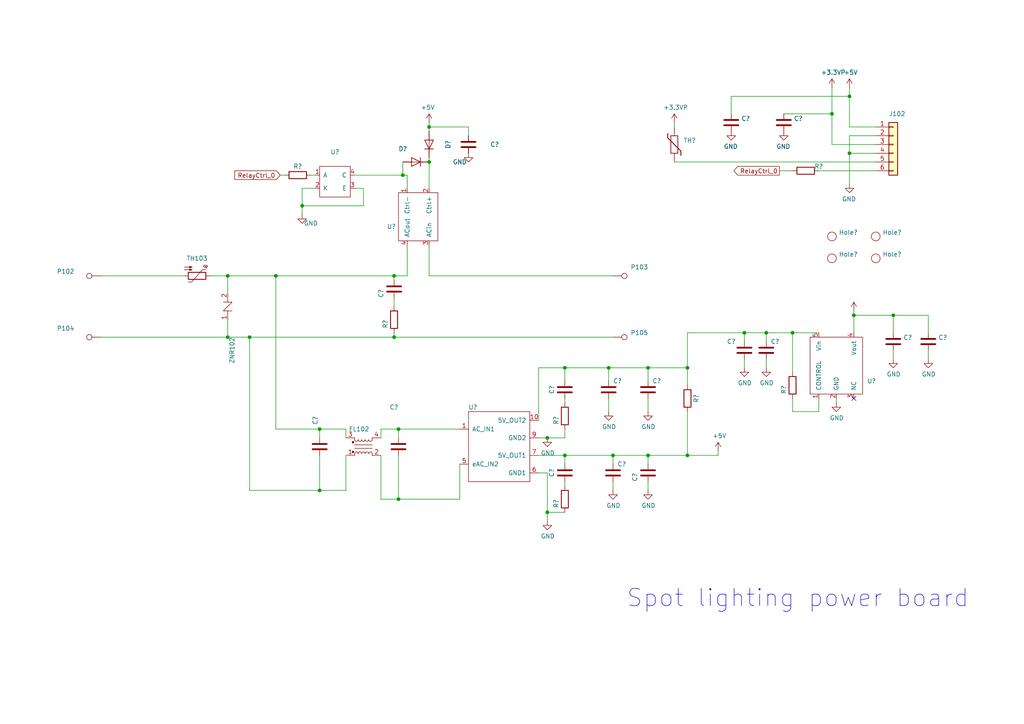
<source format=kicad_sch>
(kicad_sch (version 20211123) (generator eeschema)
  (paper "A4")
  (lib_symbols
    (symbol "Connector:TestPoint" (pin_numbers hide) (pin_names (offset 0.762) hide)
      (property "Reference" "TP" (at 0 6.858 0))
      (property "Value" "TestPoint" (at 0 5.08 0))
      (symbol "TestPoint_0_1"
        (circle (center 0 3.302) (radius 0.762))
      )
      (symbol "TestPoint_1_1"
        (pin passive line (at 0 0 90) (length 2.54) (name "1") (number "1"))
      )
    )
    (symbol "Connector_Generic:Conn_01x06" (pin_names (offset 1.016) hide)
      (property "Reference" "J" (at 0 7.62 0))
      (property "Value" "Conn_01x06" (at 0 -10.16 0))
      (symbol "Conn_01x06_1_1"
        (rectangle (start -1.27 -7.493) (end 0 -7.747) (stroke (width 0.1524)))
        (rectangle (start -1.27 -4.953) (end 0 -5.207) (stroke (width 0.1524)))
        (rectangle (start -1.27 -2.413) (end 0 -2.667) (stroke (width 0.1524)))
        (rectangle (start -1.27 0.127) (end 0 -0.127) (stroke (width 0.1524)))
        (rectangle (start -1.27 2.667) (end 0 2.413) (stroke (width 0.1524)))
        (rectangle (start -1.27 5.207) (end 0 4.953) (stroke (width 0.1524)))
        (rectangle (start -1.27 6.35) (end 1.27 -8.89) (stroke (width 0.254)) (fill (type background)))
        (pin passive line (at -5.08 5.08 0) (length 3.81) (name "Pin_1") (number "1"))
        (pin passive line (at -5.08 2.54 0) (length 3.81) (name "Pin_2") (number "2"))
        (pin passive line (at -5.08 0 0) (length 3.81) (name "Pin_3") (number "3"))
        (pin passive line (at -5.08 -2.54 0) (length 3.81) (name "Pin_4") (number "4"))
        (pin passive line (at -5.08 -5.08 0) (length 3.81) (name "Pin_5") (number "5"))
        (pin passive line (at -5.08 -7.62 0) (length 3.81) (name "Pin_6") (number "6"))
      )
    )
    (symbol "Device:EMI_Filter_CommonMode" (pin_names (offset 0.254) hide)
      (property "Reference" "FL" (at 0 4.445 0))
      (property "Value" "Device_EMI_Filter_CommonMode" (at 0 -4.445 0))
      (symbol "EMI_Filter_CommonMode_0_1"
        (circle (center -3.048 -1.27) (radius 0.254) (fill (type outline)))
        (circle (center -3.048 1.524) (radius 0.254) (fill (type outline)))
        (arc (start -2.54 2.032) (mid -2.032 1.524) (end -1.524 2.032))
        (arc (start -1.524 -2.032) (mid -2.032 -1.524) (end -2.54 -2.032))
        (arc (start -1.524 2.032) (mid -1.016 1.524) (end -0.508 2.032))
        (arc (start -0.508 -2.032) (mid -1.016 -1.524) (end -1.524 -2.032))
        (arc (start -0.508 2.032) (mid 0 1.524) (end 0.508 2.032))
        (polyline (pts (xy -2.54 -2.032) (xy -2.54 -2.54)))
        (polyline (pts (xy -2.54 0.508) (xy 2.54 0.508)))
        (polyline (pts (xy -2.54 2.032) (xy -2.54 2.54)))
        (polyline (pts (xy 2.54 -2.032) (xy 2.54 -2.54)))
        (polyline (pts (xy 2.54 -0.508) (xy -2.54 -0.508)))
        (polyline (pts (xy 2.54 2.54) (xy 2.54 2.032)))
        (arc (start 0.508 -2.032) (mid 0 -1.524) (end -0.508 -2.032))
        (arc (start 0.508 2.032) (mid 1.016 1.524) (end 1.524 2.032))
        (arc (start 1.524 -2.032) (mid 1.016 -1.524) (end 0.508 -2.032))
        (arc (start 1.524 2.032) (mid 2.032 1.524) (end 2.54 2.032))
        (arc (start 2.54 -2.032) (mid 2.032 -1.524) (end 1.524 -2.032))
      )
      (symbol "EMI_Filter_CommonMode_1_1"
        (pin passive line (at -5.08 2.54 0) (length 2.54) (name "1") (number "1"))
        (pin passive line (at 5.08 2.54 180) (length 2.54) (name "2") (number "2"))
        (pin passive line (at -5.08 -2.54 0) (length 2.54) (name "3") (number "3"))
        (pin passive line (at 5.08 -2.54 180) (length 2.54) (name "4") (number "4"))
      )
    )
    (symbol "Device:R" (pin_numbers hide) (pin_names (offset 0))
      (property "Reference" "R" (at 2.032 0 90))
      (property "Value" "R" (at 0 0 90))
      (symbol "R_0_1"
        (rectangle (start -1.016 -2.54) (end 1.016 2.54) (stroke (width 0.254)))
      )
      (symbol "R_1_1"
        (pin passive line (at 0 3.81 270) (length 1.27) (name "~") (number "1"))
        (pin passive line (at 0 -3.81 90) (length 1.27) (name "~") (number "2"))
      )
    )
    (symbol "Device:Thermistor" (pin_numbers hide) (pin_names (offset 0))
      (property "Reference" "TH" (at 2.54 1.27 90))
      (property "Value" "Thermistor" (at -2.54 0 90))
      (symbol "Thermistor_0_1"
        (rectangle (start -1.016 2.54) (end 1.016 -2.54) (stroke (width 0.2032)))
        (polyline (pts (xy -1.905 3.175) (xy -1.905 1.905) (xy 1.905 -1.905) (xy 1.905 -3.175) (xy 1.905 -3.175)) (stroke (width 0.254)))
      )
      (symbol "Thermistor_1_1"
        (pin passive line (at 0 5.08 270) (length 2.54) (name "~") (number "1"))
        (pin passive line (at 0 -5.08 90) (length 2.54) (name "~") (number "2"))
      )
    )
    (symbol "Device:Thermistor_PTC" (pin_numbers hide) (pin_names (offset 0))
      (property "Reference" "TH" (at -4.064 0 90))
      (property "Value" "Thermistor_PTC" (at 3.048 0 90))
      (symbol "Thermistor_PTC_0_1"
        (arc (start -3.048 2.159) (mid -3.0495 2.3143) (end -3.175 2.413))
        (arc (start -3.048 2.159) (mid -2.9736 1.9794) (end -2.794 1.905))
        (arc (start -3.048 2.794) (mid -2.9736 2.6144) (end -2.794 2.54))
        (arc (start -2.794 1.905) (mid -2.6144 1.9794) (end -2.54 2.159))
        (arc (start -2.794 2.54) (mid -2.4393 2.5587) (end -2.159 2.794))
        (arc (start -2.794 3.048) (mid -2.9736 2.9736) (end -3.048 2.794))
        (arc (start -2.54 2.794) (mid -2.6144 2.9736) (end -2.794 3.048))
        (rectangle (start -1.016 2.54) (end 1.016 -2.54) (stroke (width 0.254)))
        (polyline (pts (xy -2.54 2.159) (xy -2.54 2.794)))
        (polyline (pts (xy -1.778 2.54) (xy -1.778 1.524) (xy 1.778 -1.524) (xy 1.778 -2.54)))
        (polyline (pts (xy -2.54 -3.683) (xy -2.54 -1.397) (xy -2.794 -2.159) (xy -2.286 -2.159) (xy -2.54 -1.397) (xy -2.54 -1.651)) (fill (type outline)))
        (polyline (pts (xy -1.778 -3.683) (xy -1.778 -1.397) (xy -2.032 -2.159) (xy -1.524 -2.159) (xy -1.778 -1.397) (xy -1.778 -1.651)) (fill (type outline)))
      )
      (symbol "Thermistor_PTC_1_1"
        (pin passive line (at 0 3.81 270) (length 1.27) (name "~") (number "1"))
        (pin passive line (at 0 -3.81 90) (length 1.27) (name "~") (number "2"))
      )
    )
    (symbol "power:+3.3VP" (power) (pin_names (offset 0))
      (property "Value" "+3.3VP" (at 0 2.54 0))
      (symbol "+3.3VP_0_0"
        (pin power_in line (at 0 0 90) (length 0) hide (name "+3.3VP") (number "1"))
      )
      (symbol "+3.3VP_0_1"
        (polyline (pts (xy -0.762 1.27) (xy 0 2.54)))
        (polyline (pts (xy 0 0) (xy 0 2.54)))
        (polyline (pts (xy 0 2.54) (xy 0.762 1.27)))
      )
    )
    (symbol "power:+5V" (power) (pin_names (offset 0))
      (property "Value" "+5V" (at 0 3.556 0))
      (symbol "+5V_0_1"
        (polyline (pts (xy -0.762 1.27) (xy 0 2.54)))
        (polyline (pts (xy 0 0) (xy 0 2.54)))
        (polyline (pts (xy 0 2.54) (xy 0.762 1.27)))
      )
      (symbol "+5V_1_1"
        (pin power_in line (at 0 0 90) (length 0) hide (name "+5V") (number "1"))
      )
    )
    (symbol "power:GND" (power) (pin_names (offset 0))
      (property "Value" "GND" (at 0 -3.81 0))
      (symbol "GND_0_1"
        (polyline (pts (xy 0 0) (xy 0 -1.27) (xy 1.27 -1.27) (xy 0 -2.54) (xy -1.27 -1.27) (xy 0 -1.27)))
      )
      (symbol "GND_1_1"
        (pin power_in line (at 0 0 270) (length 0) hide (name "GND") (number "1"))
      )
    )
    (symbol "spot-rescue:47252-spot" (pin_names (offset 1.016))
      (property "Reference" "U" (at -7.62 11.43 0))
      (property "Value" "47252-spot" (at -6.35 -11.43 0))
      (symbol "47252-spot_0_1"
        (rectangle (start -8.89 10.16) (end 8.89 -10.16))
      )
      (symbol "47252-spot_1_1"
        (pin input line (at -11.43 5.08 0) (length 2.54) (name "AC_IN1") (number "1"))
        (pin output line (at 11.43 7.62 180) (length 2.54) (name "5V_OUT2") (number "10"))
        (pin input line (at -11.43 -5.08 0) (length 2.54) (name "eAC_IN2") (number "5"))
        (pin input line (at 11.43 -7.62 180) (length 2.54) (name "GND1") (number "6"))
        (pin output line (at 11.43 -2.54 180) (length 2.54) (name "5V_OUT1") (number "7"))
        (pin input line (at 11.43 2.54 180) (length 2.54) (name "GND2") (number "9"))
      )
    )
    (symbol "spot-rescue:AQG12205-spot" (pin_names (offset 1.016))
      (property "Reference" "U" (at -7.62 0 0))
      (property "Value" "AQG12205-spot" (at -3.81 -2.54 0))
      (symbol "AQG12205-spot_0_1"
        (rectangle (start 2.54 10.16) (end 13.97 -3.81))
      )
      (symbol "AQG12205-spot_1_1"
        (pin input line (at 11.43 11.43 270) (length 1.27) (name "Ctrl-") (number "1"))
        (pin input line (at 5.08 11.43 270) (length 1.27) (name "Ctrl+") (number "2"))
        (pin input line (at 5.08 -5.08 90) (length 1.27) (name "ACin") (number "3"))
        (pin input line (at 11.43 -5.08 90) (length 1.27) (name "ACout") (number "4"))
      )
    )
    (symbol "spot-rescue:C-spot" (pin_numbers hide) (pin_names (offset 0.254))
      (property "Reference" "C" (at 0.635 2.54 0))
      (property "Value" "C-spot" (at 0.635 -2.54 0))
      (symbol "C-spot_0_1"
        (polyline (pts (xy -2.032 -0.762) (xy 2.032 -0.762)) (stroke (width 0.508)))
        (polyline (pts (xy -2.032 0.762) (xy 2.032 0.762)) (stroke (width 0.508)))
      )
      (symbol "C-spot_1_1"
        (pin passive line (at 0 2.54 270) (length 1.4986) (name "~") (number "1"))
        (pin passive line (at 0 -2.54 90) (length 1.4986) (name "~") (number "2"))
      )
    )
    (symbol "spot-rescue:D-spot" (pin_numbers hide) (pin_names (offset 1.016) hide)
      (property "Reference" "D" (at 0 2.54 0))
      (property "Value" "D-spot" (at 0 -2.54 0))
      (symbol "D-spot_0_1"
        (polyline (pts (xy -1.27 1.27) (xy -1.27 -1.27)) (stroke (width 0.2032)))
        (polyline (pts (xy 1.27 0) (xy -1.27 0)))
        (polyline (pts (xy 1.27 1.27) (xy 1.27 -1.27) (xy -1.27 0) (xy 1.27 1.27)) (stroke (width 0.2032)))
      )
      (symbol "D-spot_1_1"
        (pin passive line (at 3.81 0 180) (length 2.54) (name "A") (number "A"))
        (pin passive line (at -3.81 0 0) (length 2.54) (name "K") (number "K"))
      )
    )
    (symbol "spot-rescue:Hole" (pin_names (offset 1.016))
      (property "Reference" "Hole" (at 0 -3.81 0))
      (property "Value" "Hole" (at 0 -3.81 0))
      (symbol "Hole_0_1"
        (circle (center 0 0) (radius 1.27))
      )
    )
    (symbol "spot-rescue:NJM2884U1-33-TE1-spot" (pin_names (offset 1.016))
      (property "Reference" "U" (at -7.62 8.89 0))
      (property "Value" "NJM2884U1-33-TE1-spot" (at 0 -10.16 0))
      (symbol "NJM2884U1-33-TE1-spot_0_1"
        (rectangle (start -8.89 7.62) (end 7.62 -7.62))
      )
      (symbol "NJM2884U1-33-TE1-spot_1_1"
        (pin input line (at -10.16 5.08 0) (length 1.27) (name "CONTROL") (number "1"))
        (pin input line (at -10.16 0 0) (length 1.27) (name "GND") (number "2"))
        (pin input line (at -10.16 -5.08 0) (length 1.27) (name "NC") (number "3"))
        (pin input line (at 8.89 -5.08 180) (length 1.27) (name "Vout") (number "4"))
        (pin input line (at 8.89 5.08 180) (length 1.27) (name "Vin") (number "5"))
      )
    )
    (symbol "spot-rescue:TLP291-spot" (pin_names (offset 1.016))
      (property "Reference" "U" (at -2.54 5.08 0))
      (property "Value" "TLP291-spot" (at 0 -6.35 0))
      (symbol "TLP291-spot_0_1"
        (rectangle (start -3.81 3.81) (end 5.08 -5.08))
      )
      (symbol "TLP291-spot_1_1"
        (pin input line (at -5.08 1.27 0) (length 1.2446) (name "A") (number "1"))
        (pin input line (at -5.08 -2.54 0) (length 1.2446) (name "K") (number "2"))
        (pin input line (at 6.35 -2.54 180) (length 1.2446) (name "E") (number "3"))
        (pin input line (at 6.35 1.27 180) (length 1.2446) (name "C") (number "4"))
      )
    )
    (symbol "spot-rescue:ZNR" (pin_names (offset 1.016))
      (property "Reference" "ZNR" (at -2.54 7.62 0))
      (property "Value" "ZNR" (at 1.27 -7.62 0))
      (symbol "ZNR_0_1"
        (polyline (pts (xy 0 -1.27) (xy 0 -2.54)))
        (polyline (pts (xy 0 1.27) (xy 0 2.54)))
        (polyline (pts (xy -1.27 1.27) (xy 1.27 1.27) (xy -1.27 -1.27) (xy 1.27 -1.27)))
      )
      (symbol "ZNR_1_1"
        (pin input line (at 0 3.81 270) (length 1.27) (name "~") (number "1"))
        (pin input line (at 0 -3.81 90) (length 1.27) (name "~") (number "2"))
      )
    )
  )
  (junction (at 115.57 124.46))
  (junction (at 124.46 36.83))
  (junction (at 215.9 96.52))
  (junction (at 241.3 33.02))
  (junction (at 66.04 80.01))
  (junction (at 72.39 97.79))
  (junction (at 199.39 106.68))
  (junction (at 222.25 96.52))
  (junction (at 246.38 27.94))
  (junction (at 163.83 132.08))
  (junction (at 114.3 97.79))
  (junction (at 92.71 142.24))
  (junction (at 163.83 106.68))
  (junction (at 247.65 91.44))
  (junction (at 114.3 80.01))
  (junction (at 176.53 106.68))
  (junction (at 115.57 144.78))
  (junction (at 124.46 46.99))
  (junction (at 259.08 91.44))
  (junction (at 66.04 97.79))
  (junction (at 187.96 132.08))
  (junction (at 246.38 44.45))
  (junction (at 92.71 124.46))
  (junction (at 199.39 132.08))
  (junction (at 87.63 59.69))
  (junction (at 158.75 127))
  (junction (at 229.87 96.52))
  (junction (at 187.96 106.68))
  (junction (at 177.8 132.08))
  (junction (at 116.84 50.8))
  (junction (at 80.01 80.01))
  (junction (at 158.75 148.59))
  (no_connect (at 247.65 115.57))
  (wire (pts (xy 80.01 80.01) (xy 114.3 80.01)))
  (wire (pts (xy 259.08 91.44) (xy 269.24 91.44)))
  (wire (pts (xy 156.21 106.68) (xy 156.21 121.92)))
  (wire (pts (xy 176.53 119.38) (xy 176.53 115.57)))
  (wire (pts (xy 163.83 106.68) (xy 176.53 106.68)))
  (wire (pts (xy 215.9 96.52) (xy 222.25 96.52)))
  (wire (pts (xy 81.28 50.8) (xy 82.55 50.8)))
  (wire (pts (xy 163.83 132.08) (xy 177.8 132.08)))
  (wire (pts (xy 195.58 46.99) (xy 254 46.99)))
  (wire (pts (xy 246.38 39.37) (xy 246.38 44.45)))
  (wire (pts (xy 199.39 111.76) (xy 199.39 106.68)))
  (wire (pts (xy 247.65 91.44) (xy 247.65 90.17)))
  (wire (pts (xy 114.3 80.01) (xy 118.11 80.01)))
  (wire (pts (xy 135.89 36.83) (xy 124.46 36.83)))
  (wire (pts (xy 237.49 119.38) (xy 237.49 115.57)))
  (wire (pts (xy 158.75 151.13) (xy 158.75 148.59)))
  (wire (pts (xy 105.41 54.61) (xy 102.87 54.61)))
  (wire (pts (xy 87.63 54.61) (xy 91.44 54.61)))
  (wire (pts (xy 199.39 119.38) (xy 199.39 132.08)))
  (wire (pts (xy 110.49 132.08) (xy 110.49 144.78)))
  (wire (pts (xy 254 44.45) (xy 246.38 44.45)))
  (wire (pts (xy 269.24 96.52) (xy 269.24 91.44)))
  (wire (pts (xy 118.11 50.8) (xy 116.84 50.8)))
  (wire (pts (xy 29.21 97.79) (xy 66.04 97.79)))
  (wire (pts (xy 229.87 115.57) (xy 229.87 119.38)))
  (wire (pts (xy 241.3 41.91) (xy 254 41.91)))
  (wire (pts (xy 254 39.37) (xy 246.38 39.37)))
  (wire (pts (xy 222.25 99.06) (xy 222.25 96.52)))
  (wire (pts (xy 208.28 132.08) (xy 199.39 132.08)))
  (wire (pts (xy 156.21 106.68) (xy 163.83 106.68)))
  (wire (pts (xy 237.49 49.53) (xy 254 49.53)))
  (wire (pts (xy 242.57 115.57) (xy 242.57 116.84)))
  (wire (pts (xy 124.46 71.12) (xy 124.46 80.01)))
  (wire (pts (xy 163.83 134.62) (xy 163.83 132.08)))
  (wire (pts (xy 114.3 96.52) (xy 114.3 97.79)))
  (wire (pts (xy 100.33 127) (xy 100.33 124.46)))
  (wire (pts (xy 87.63 54.61) (xy 87.63 59.69)))
  (wire (pts (xy 212.09 33.02) (xy 212.09 27.94)))
  (wire (pts (xy 156.21 127) (xy 158.75 127)))
  (wire (pts (xy 92.71 124.46) (xy 100.33 124.46)))
  (wire (pts (xy 66.04 92.71) (xy 66.04 97.79)))
  (wire (pts (xy 156.21 132.08) (xy 163.83 132.08)))
  (wire (pts (xy 124.46 36.83) (xy 124.46 38.1)))
  (wire (pts (xy 212.09 27.94) (xy 246.38 27.94)))
  (wire (pts (xy 227.33 33.02) (xy 241.3 33.02)))
  (wire (pts (xy 247.65 91.44) (xy 259.08 91.44)))
  (wire (pts (xy 133.35 134.62) (xy 133.35 144.78)))
  (wire (pts (xy 118.11 71.12) (xy 118.11 80.01)))
  (wire (pts (xy 187.96 139.7) (xy 187.96 142.24)))
  (wire (pts (xy 163.83 140.97) (xy 163.83 139.7)))
  (wire (pts (xy 124.46 46.99) (xy 124.46 54.61)))
  (wire (pts (xy 158.75 137.16) (xy 156.21 137.16)))
  (wire (pts (xy 187.96 110.49) (xy 187.96 106.68)))
  (wire (pts (xy 102.87 50.8) (xy 116.84 50.8)))
  (wire (pts (xy 66.04 80.01) (xy 80.01 80.01)))
  (wire (pts (xy 259.08 96.52) (xy 259.08 91.44)))
  (wire (pts (xy 105.41 59.69) (xy 105.41 54.61)))
  (wire (pts (xy 80.01 124.46) (xy 80.01 80.01)))
  (wire (pts (xy 124.46 80.01) (xy 177.8 80.01)))
  (wire (pts (xy 215.9 99.06) (xy 215.9 96.52)))
  (wire (pts (xy 222.25 96.52) (xy 229.87 96.52)))
  (wire (pts (xy 124.46 45.72) (xy 124.46 46.99)))
  (wire (pts (xy 241.3 33.02) (xy 241.3 41.91)))
  (wire (pts (xy 177.8 139.7) (xy 177.8 142.24)))
  (wire (pts (xy 87.63 59.69) (xy 87.63 62.23)))
  (wire (pts (xy 187.96 106.68) (xy 176.53 106.68)))
  (wire (pts (xy 187.96 134.62) (xy 187.96 132.08)))
  (wire (pts (xy 92.71 142.24) (xy 100.33 142.24)))
  (wire (pts (xy 91.44 50.8) (xy 90.17 50.8)))
  (wire (pts (xy 72.39 142.24) (xy 92.71 142.24)))
  (wire (pts (xy 199.39 106.68) (xy 187.96 106.68)))
  (wire (pts (xy 163.83 116.84) (xy 163.83 115.57)))
  (wire (pts (xy 114.3 97.79) (xy 177.8 97.79)))
  (wire (pts (xy 269.24 104.14) (xy 269.24 101.6)))
  (wire (pts (xy 237.49 96.52) (xy 229.87 96.52)))
  (wire (pts (xy 115.57 124.46) (xy 133.35 124.46)))
  (wire (pts (xy 135.89 39.37) (xy 135.89 36.83)))
  (wire (pts (xy 177.8 134.62) (xy 177.8 132.08)))
  (wire (pts (xy 163.83 110.49) (xy 163.83 106.68)))
  (wire (pts (xy 199.39 96.52) (xy 199.39 106.68)))
  (wire (pts (xy 222.25 104.14) (xy 222.25 106.68)))
  (wire (pts (xy 187.96 132.08) (xy 199.39 132.08)))
  (wire (pts (xy 229.87 107.95) (xy 229.87 96.52)))
  (wire (pts (xy 110.49 124.46) (xy 115.57 124.46)))
  (wire (pts (xy 115.57 127) (xy 115.57 124.46)))
  (wire (pts (xy 114.3 88.9) (xy 114.3 86.36)))
  (wire (pts (xy 246.38 25.4) (xy 246.38 27.94)))
  (wire (pts (xy 246.38 44.45) (xy 246.38 53.34)))
  (wire (pts (xy 246.38 36.83) (xy 254 36.83)))
  (wire (pts (xy 105.41 59.69) (xy 87.63 59.69)))
  (wire (pts (xy 229.87 119.38) (xy 237.49 119.38)))
  (wire (pts (xy 208.28 130.81) (xy 208.28 132.08)))
  (wire (pts (xy 72.39 142.24) (xy 72.39 97.79)))
  (wire (pts (xy 246.38 27.94) (xy 246.38 36.83)))
  (wire (pts (xy 92.71 132.08) (xy 92.71 142.24)))
  (wire (pts (xy 187.96 119.38) (xy 187.96 115.57)))
  (wire (pts (xy 247.65 96.52) (xy 247.65 91.44)))
  (wire (pts (xy 124.46 35.56) (xy 124.46 36.83)))
  (wire (pts (xy 60.96 80.01) (xy 66.04 80.01)))
  (wire (pts (xy 158.75 148.59) (xy 158.75 137.16)))
  (wire (pts (xy 72.39 97.79) (xy 114.3 97.79)))
  (wire (pts (xy 176.53 110.49) (xy 176.53 106.68)))
  (wire (pts (xy 195.58 35.56) (xy 195.58 36.83)))
  (wire (pts (xy 66.04 97.79) (xy 72.39 97.79)))
  (wire (pts (xy 163.83 148.59) (xy 158.75 148.59)))
  (wire (pts (xy 241.3 25.4) (xy 241.3 33.02)))
  (wire (pts (xy 177.8 132.08) (xy 187.96 132.08)))
  (wire (pts (xy 92.71 127) (xy 92.71 124.46)))
  (wire (pts (xy 226.06 49.53) (xy 229.87 49.53)))
  (wire (pts (xy 110.49 144.78) (xy 115.57 144.78)))
  (wire (pts (xy 100.33 132.08) (xy 100.33 142.24)))
  (wire (pts (xy 259.08 104.14) (xy 259.08 101.6)))
  (wire (pts (xy 80.01 124.46) (xy 92.71 124.46)))
  (wire (pts (xy 114.3 81.28) (xy 114.3 80.01)))
  (wire (pts (xy 29.21 80.01) (xy 53.34 80.01)))
  (wire (pts (xy 115.57 132.08) (xy 115.57 144.78)))
  (wire (pts (xy 110.49 127) (xy 110.49 124.46)))
  (wire (pts (xy 163.83 127) (xy 158.75 127)))
  (wire (pts (xy 116.84 46.99) (xy 116.84 50.8)))
  (wire (pts (xy 115.57 144.78) (xy 133.35 144.78)))
  (wire (pts (xy 66.04 80.01) (xy 66.04 85.09)))
  (wire (pts (xy 215.9 106.68) (xy 215.9 104.14)))
  (wire (pts (xy 118.11 54.61) (xy 118.11 50.8)))
  (wire (pts (xy 163.83 124.46) (xy 163.83 127)))
  (wire (pts (xy 215.9 96.52) (xy 199.39 96.52)))
  (text "Spot lighting power board" (at 181.61 176.53 0) (effects (font (size 5.0038 5.0038)) (justify left bottom)))
  (global_label "RelayCtrl_0" (shape input) (at 81.28 50.8 180) (property "Intersheet References" "${INTERSHEET_REFS}" (effects hide)))
  (global_label "RelayCtrl_0" (shape output) (at 226.06 49.53 180) (property "Intersheet References" "${INTERSHEET_REFS}" (effects hide)))
  (symbol (lib_id "Device:R") (at 199.39 115.57 0) (mirror x) (unit 1)
    (property "Reference" "R?" (at 201.93 115.57 90))
  )
  (symbol (lib_id "spot-rescue:C-spot") (at 135.89 41.91 0) (mirror y) (unit 1)
    (property "Reference" "C?" (at 144.78 41.91 0) (effects (justify left)))
  )
  (symbol (lib_id "power:GND") (at 135.89 44.45 0) (mirror y) (unit 1)
    (property "Reference" "#PWR?" (effects hide))
  )
  (symbol (lib_id "spot-rescue:C-spot") (at 227.33 35.56 0) (unit 1)
    (property "Reference" "C?" (at 230.251 34.3916 0) (effects (justify left)))
  )
  (symbol (lib_id "power:GND") (at 227.33 38.1 0) (mirror y) (unit 1)
    (property "Reference" "#PWR?" (effects hide))
  )
  (symbol (lib_id "Device:Thermistor") (at 195.58 41.91 180) (unit 1)
    (property "Reference" "TH?" (at 198.247 40.7416 0) (effects (justify right)))
  )
  (symbol (lib_id "spot-rescue:AQG12205-spot") (at 129.54 66.04 0) (mirror y) (unit 1)
    (property "Reference" "U?" (at 114.8588 65.7098 0) (effects (justify left)))
  )
  (symbol (lib_id "power:+5V") (at 124.46 35.56 0) (mirror y) (unit 1)
    (property "Reference" "#PWR?" (effects hide))
  )
  (symbol (lib_id "spot-rescue:D-spot") (at 124.46 41.91 270) (mirror x) (unit 1)
    (property "Reference" "D?" (at 129.9464 41.91 0))
  )
  (symbol (lib_id "spot-rescue:D-spot") (at 120.65 46.99 0) (mirror y) (unit 1)
    (property "Reference" "D?" (at 116.84 43.18 0))
  )
  (symbol (lib_id "power:GND") (at 246.38 53.34 0) (mirror y) (unit 1)
    (property "Reference" "#PWR?" (effects hide))
  )
  (symbol (lib_id "power:GND") (at 269.24 104.14 0) (unit 1)
    (property "Reference" "#PWR?" (effects hide))
  )
  (symbol (lib_id "power:GND") (at 222.25 106.68 0) (unit 1)
    (property "Reference" "#PWR?" (effects hide))
  )
  (symbol (lib_id "power:GND") (at 215.9 106.68 0) (unit 1)
    (property "Reference" "#PWR?" (effects hide))
  )
  (symbol (lib_id "spot-rescue:NJM2884U1-33-TE1-spot") (at 242.57 105.41 90) (unit 1)
    (property "Reference" "U?" (at 251.46 110.49 90) (effects (justify right)))
    (property "Datasheet" "DOCUMENTATION" (effects hide))
  )
  (symbol (lib_id "spot-rescue:C-spot") (at 222.25 101.6 0) (unit 1)
    (property "Reference" "C?" (at 223.52 99.06 0) (effects (justify left)))
  )
  (symbol (lib_id "spot-rescue:C-spot") (at 215.9 101.6 0) (unit 1)
    (property "Reference" "C?" (at 210.82 99.06 0) (effects (justify left)))
  )
  (symbol (lib_id "power:GND") (at 187.96 142.24 0) (unit 1)
    (property "Reference" "#PWR?" (effects hide))
  )
  (symbol (lib_id "power:GND") (at 177.8 142.24 0) (unit 1)
    (property "Reference" "#PWR?" (effects hide))
  )
  (symbol (lib_id "Device:R") (at 229.87 111.76 0) (unit 1)
    (property "Reference" "R?" (at 227.33 113.03 90))
  )
  (symbol (lib_id "spot-rescue:C-spot") (at 187.96 137.16 0) (unit 1)
    (property "Reference" "C?" (at 184.15 139.7 90) (effects (justify left)))
  )
  (symbol (lib_id "spot-rescue:C-spot") (at 269.24 99.06 0) (unit 1)
    (property "Reference" "C?" (at 272.161 97.8916 0) (effects (justify left)))
  )
  (symbol (lib_id "power:GND") (at 242.57 116.84 0) (unit 1)
    (property "Reference" "#PWR?" (effects hide))
  )
  (symbol (lib_id "power:GND") (at 259.08 104.14 0) (unit 1)
    (property "Reference" "#PWR?" (effects hide))
  )
  (symbol (lib_id "spot-rescue:C-spot") (at 259.08 99.06 0) (unit 1)
    (property "Reference" "C?" (at 262.001 97.8916 0) (effects (justify left)))
  )
  (symbol (lib_id "power:+5V") (at 208.28 130.81 0) (unit 1)
    (property "Reference" "#PWR?" (effects hide))
  )
  (symbol (lib_id "spot-rescue:C-spot") (at 187.96 113.03 0) (unit 1)
    (property "Reference" "C?" (at 189.23 110.49 0) (effects (justify left)))
  )
  (symbol (lib_id "power:GND") (at 158.75 151.13 0) (unit 1)
    (property "Reference" "#PWR?" (effects hide))
  )
  (symbol (lib_id "power:GND") (at 158.75 127 0) (unit 1)
    (property "Reference" "#PWR?" (effects hide))
  )
  (symbol (lib_id "spot-rescue:47252-spot") (at 144.78 129.54 0) (unit 1)
    (property "Reference" "U?" (at 137.16 118.11 0))
    (property "Datasheet" "DOCUMENTATION" (effects hide))
  )
  (symbol (lib_id "power:GND") (at 176.53 119.38 0) (unit 1)
    (property "Reference" "#PWR?" (effects hide))
  )
  (symbol (lib_id "power:GND") (at 187.96 119.38 0) (unit 1)
    (property "Reference" "#PWR?" (effects hide))
  )
  (symbol (lib_id "Connector:TestPoint") (at 29.21 80.01 90) (unit 1)
    (property "Reference" "P102" (at 21.59 78.74 90) (effects (justify left)))
  )
  (symbol (lib_id "Connector:TestPoint") (at 29.21 97.79 90) (unit 1)
    (property "Reference" "P104" (at 21.59 95.25 90) (effects (justify left)))
  )
  (symbol (lib_id "Connector:TestPoint") (at 177.8 97.79 270) (unit 1)
    (property "Reference" "P105" (at 182.88 96.52 90) (effects (justify left)))
  )
  (symbol (lib_id "Connector:TestPoint") (at 177.8 80.01 270) (unit 1)
    (property "Reference" "P103" (at 182.88 77.47 90) (effects (justify left)))
  )
  (symbol (lib_id "Connector_Generic:Conn_01x06") (at 259.08 41.91 0) (unit 1)
    (property "Reference" "J102" (at 257.81 33.02 0) (effects (justify left)))
  )
  (symbol (lib_id "spot-rescue:ZNR") (at 66.04 88.9 180) (unit 1)
    (property "Reference" "ZNR102" (at 67.31 97.79 90) (effects (justify left)))
  )
  (symbol (lib_id "power:+5V") (at 246.38 25.4 0) (unit 1)
    (property "Reference" "#PWR?" (effects hide))
  )
  (symbol (lib_id "spot-rescue:C-spot") (at 212.09 35.56 0) (unit 1)
    (property "Reference" "C?" (at 215.011 34.3916 0) (effects (justify left)))
  )
  (symbol (lib_id "power:GND") (at 212.09 38.1 0) (mirror y) (unit 1)
    (property "Reference" "#PWR?" (effects hide))
  )
  (symbol (lib_id "Device:R") (at 233.68 49.53 270) (mirror x) (unit 1)
    (property "Reference" "R?" (at 237.49 48.26 90))
  )
  (symbol (lib_id "spot-rescue:C-spot") (at 114.3 83.82 180) (unit 1)
    (property "Reference" "C?" (at 110.49 83.82 90) (effects (justify left)))
  )
  (symbol (lib_id "Device:R") (at 114.3 92.71 0) (mirror x) (unit 1)
    (property "Reference" "R?" (at 111.76 93.98 90))
  )
  (symbol (lib_id "Device:Thermistor_PTC") (at 57.15 80.01 270) (unit 1)
    (property "Reference" "TH103" (at 57.15 74.93 90))
  )
  (symbol (lib_id "Device:EMI_Filter_CommonMode") (at 105.41 129.54 0) (mirror x) (unit 1)
    (property "Reference" "FL102" (at 104.14 124.46 0))
  )
  (symbol (lib_id "spot-rescue:C-spot") (at 163.83 113.03 0) (unit 1)
    (property "Reference" "C?" (at 160.02 114.3 90) (effects (justify left)))
  )
  (symbol (lib_id "Device:R") (at 163.83 120.65 0) (mirror x) (unit 1)
    (property "Reference" "R?" (at 161.29 121.92 90))
  )
  (symbol (lib_id "spot-rescue:C-spot") (at 163.83 137.16 0) (unit 1)
    (property "Reference" "C?" (at 160.02 138.43 90) (effects (justify left)))
  )
  (symbol (lib_id "Device:R") (at 163.83 144.78 0) (mirror x) (unit 1)
    (property "Reference" "R?" (at 161.29 146.05 90))
  )
  (symbol (lib_id "spot-rescue:C-spot") (at 115.57 129.54 180) (unit 1)
    (property "Reference" "C?" (at 115.57 118.11 0) (effects (justify left)))
  )
  (symbol (lib_id "spot-rescue:C-spot") (at 92.71 129.54 180) (unit 1)
    (property "Reference" "C?" (at 91.44 120.65 90) (effects (justify left)))
  )
  (symbol (lib_id "power:+3.3VP") (at 241.3 25.4 0) (unit 1)
    (property "Reference" "#PWR0101" (effects hide))
  )
  (symbol (lib_id "power:+3.3VP") (at 247.65 90.17 0) (unit 1)
    (property "Reference" "#PWR0102" (effects hide))
  )
  (symbol (lib_id "power:+3.3VP") (at 195.58 35.56 0) (unit 1)
    (property "Reference" "#PWR0105" (effects hide))
  )
  (symbol (lib_id "spot-rescue:C-spot") (at 176.53 113.03 0) (unit 1)
    (property "Reference" "C?" (at 177.8 110.49 0) (effects (justify left)))
  )
  (symbol (lib_id "spot-rescue:C-spot") (at 177.8 137.16 0) (unit 1)
    (property "Reference" "C?" (at 179.07 134.62 0) (effects (justify left)))
  )
  (symbol (lib_id "spot-rescue:Hole") (at 241.3 68.58 0) (unit 1)
    (property "Reference" "Hole?" (at 243.2812 67.4116 0) (effects (justify left)))
  )
  (symbol (lib_id "spot-rescue:Hole") (at 254 68.58 0) (unit 1)
    (property "Reference" "Hole?" (at 255.9812 67.4116 0) (effects (justify left)))
  )
  (symbol (lib_id "spot-rescue:Hole") (at 254 74.93 0) (unit 1)
    (property "Reference" "Hole?" (at 255.9812 73.7616 0) (effects (justify left)))
  )
  (symbol (lib_id "spot-rescue:Hole") (at 241.3 74.93 0) (unit 1)
    (property "Reference" "Hole?" (at 243.2812 73.7616 0) (effects (justify left)))
  )
  (symbol (lib_id "spot-rescue:TLP291-spot") (at 96.52 52.07 0) (unit 1)
    (property "Reference" "U?" (at 97.155 44.069 0))
  )
  (symbol (lib_id "Device:R") (at 86.36 50.8 90) (unit 1)
    (property "Reference" "R?" (at 86.36 48.26 90))
  )
  (symbol (lib_id "power:GND") (at 87.63 62.23 0) (unit 1)
    (property "Reference" "#PWR?" (effects hide))
  )
)
</source>
